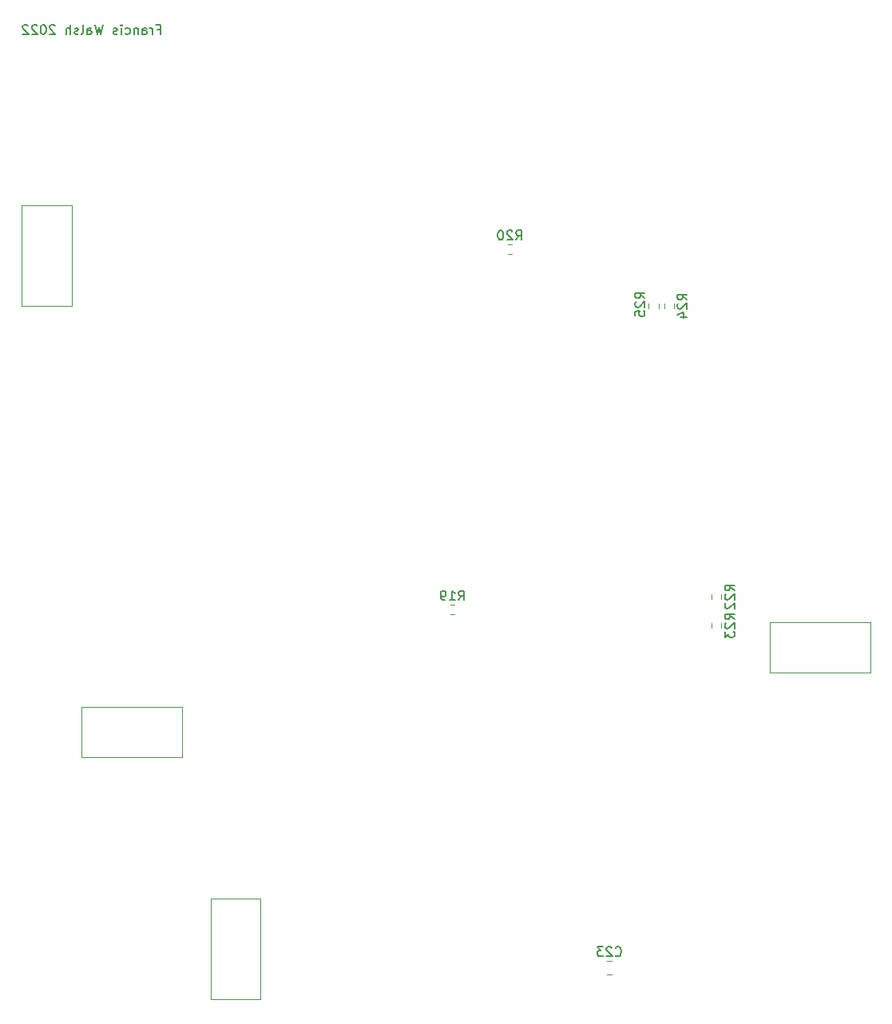
<source format=gbr>
%TF.GenerationSoftware,KiCad,Pcbnew,(6.0.4)*%
%TF.CreationDate,2022-05-04T17:07:44-02:30*%
%TF.ProjectId,interstate,696e7465-7273-4746-9174-652e6b696361,rev?*%
%TF.SameCoordinates,Original*%
%TF.FileFunction,Legend,Bot*%
%TF.FilePolarity,Positive*%
%FSLAX46Y46*%
G04 Gerber Fmt 4.6, Leading zero omitted, Abs format (unit mm)*
G04 Created by KiCad (PCBNEW (6.0.4)) date 2022-05-04 17:07:44*
%MOMM*%
%LPD*%
G01*
G04 APERTURE LIST*
%ADD10C,0.150000*%
%ADD11C,0.120000*%
G04 APERTURE END LIST*
D10*
X78708380Y-51512571D02*
X79041714Y-51512571D01*
X79041714Y-52036380D02*
X79041714Y-51036380D01*
X78565523Y-51036380D01*
X78184571Y-52036380D02*
X78184571Y-51369714D01*
X78184571Y-51560190D02*
X78136952Y-51464952D01*
X78089333Y-51417333D01*
X77994095Y-51369714D01*
X77898857Y-51369714D01*
X77136952Y-52036380D02*
X77136952Y-51512571D01*
X77184571Y-51417333D01*
X77279809Y-51369714D01*
X77470285Y-51369714D01*
X77565523Y-51417333D01*
X77136952Y-51988761D02*
X77232190Y-52036380D01*
X77470285Y-52036380D01*
X77565523Y-51988761D01*
X77613142Y-51893523D01*
X77613142Y-51798285D01*
X77565523Y-51703047D01*
X77470285Y-51655428D01*
X77232190Y-51655428D01*
X77136952Y-51607809D01*
X76660761Y-51369714D02*
X76660761Y-52036380D01*
X76660761Y-51464952D02*
X76613142Y-51417333D01*
X76517904Y-51369714D01*
X76375047Y-51369714D01*
X76279809Y-51417333D01*
X76232190Y-51512571D01*
X76232190Y-52036380D01*
X75327428Y-51988761D02*
X75422666Y-52036380D01*
X75613142Y-52036380D01*
X75708380Y-51988761D01*
X75756000Y-51941142D01*
X75803619Y-51845904D01*
X75803619Y-51560190D01*
X75756000Y-51464952D01*
X75708380Y-51417333D01*
X75613142Y-51369714D01*
X75422666Y-51369714D01*
X75327428Y-51417333D01*
X74898857Y-52036380D02*
X74898857Y-51369714D01*
X74898857Y-51036380D02*
X74946476Y-51084000D01*
X74898857Y-51131619D01*
X74851238Y-51084000D01*
X74898857Y-51036380D01*
X74898857Y-51131619D01*
X74470285Y-51988761D02*
X74375047Y-52036380D01*
X74184571Y-52036380D01*
X74089333Y-51988761D01*
X74041714Y-51893523D01*
X74041714Y-51845904D01*
X74089333Y-51750666D01*
X74184571Y-51703047D01*
X74327428Y-51703047D01*
X74422666Y-51655428D01*
X74470285Y-51560190D01*
X74470285Y-51512571D01*
X74422666Y-51417333D01*
X74327428Y-51369714D01*
X74184571Y-51369714D01*
X74089333Y-51417333D01*
X72946476Y-51036380D02*
X72708380Y-52036380D01*
X72517904Y-51322095D01*
X72327428Y-52036380D01*
X72089333Y-51036380D01*
X71279809Y-52036380D02*
X71279809Y-51512571D01*
X71327428Y-51417333D01*
X71422666Y-51369714D01*
X71613142Y-51369714D01*
X71708380Y-51417333D01*
X71279809Y-51988761D02*
X71375047Y-52036380D01*
X71613142Y-52036380D01*
X71708380Y-51988761D01*
X71756000Y-51893523D01*
X71756000Y-51798285D01*
X71708380Y-51703047D01*
X71613142Y-51655428D01*
X71375047Y-51655428D01*
X71279809Y-51607809D01*
X70660761Y-52036380D02*
X70756000Y-51988761D01*
X70803619Y-51893523D01*
X70803619Y-51036380D01*
X70327428Y-51988761D02*
X70232190Y-52036380D01*
X70041714Y-52036380D01*
X69946476Y-51988761D01*
X69898857Y-51893523D01*
X69898857Y-51845904D01*
X69946476Y-51750666D01*
X70041714Y-51703047D01*
X70184571Y-51703047D01*
X70279809Y-51655428D01*
X70327428Y-51560190D01*
X70327428Y-51512571D01*
X70279809Y-51417333D01*
X70184571Y-51369714D01*
X70041714Y-51369714D01*
X69946476Y-51417333D01*
X69470285Y-52036380D02*
X69470285Y-51036380D01*
X69041714Y-52036380D02*
X69041714Y-51512571D01*
X69089333Y-51417333D01*
X69184571Y-51369714D01*
X69327428Y-51369714D01*
X69422666Y-51417333D01*
X69470285Y-51464952D01*
X67851238Y-51131619D02*
X67803619Y-51084000D01*
X67708380Y-51036380D01*
X67470285Y-51036380D01*
X67375047Y-51084000D01*
X67327428Y-51131619D01*
X67279809Y-51226857D01*
X67279809Y-51322095D01*
X67327428Y-51464952D01*
X67898857Y-52036380D01*
X67279809Y-52036380D01*
X66660761Y-51036380D02*
X66565523Y-51036380D01*
X66470285Y-51084000D01*
X66422666Y-51131619D01*
X66375047Y-51226857D01*
X66327428Y-51417333D01*
X66327428Y-51655428D01*
X66375047Y-51845904D01*
X66422666Y-51941142D01*
X66470285Y-51988761D01*
X66565523Y-52036380D01*
X66660761Y-52036380D01*
X66756000Y-51988761D01*
X66803619Y-51941142D01*
X66851238Y-51845904D01*
X66898857Y-51655428D01*
X66898857Y-51417333D01*
X66851238Y-51226857D01*
X66803619Y-51131619D01*
X66756000Y-51084000D01*
X66660761Y-51036380D01*
X65946476Y-51131619D02*
X65898857Y-51084000D01*
X65803619Y-51036380D01*
X65565523Y-51036380D01*
X65470285Y-51084000D01*
X65422666Y-51131619D01*
X65375047Y-51226857D01*
X65375047Y-51322095D01*
X65422666Y-51464952D01*
X65994095Y-52036380D01*
X65375047Y-52036380D01*
X64994095Y-51131619D02*
X64946476Y-51084000D01*
X64851238Y-51036380D01*
X64613142Y-51036380D01*
X64517904Y-51084000D01*
X64470285Y-51131619D01*
X64422666Y-51226857D01*
X64422666Y-51322095D01*
X64470285Y-51464952D01*
X65041714Y-52036380D01*
X64422666Y-52036380D01*
%TO.C,R25*%
X130374380Y-80024142D02*
X129898190Y-79690809D01*
X130374380Y-79452714D02*
X129374380Y-79452714D01*
X129374380Y-79833666D01*
X129422000Y-79928904D01*
X129469619Y-79976523D01*
X129564857Y-80024142D01*
X129707714Y-80024142D01*
X129802952Y-79976523D01*
X129850571Y-79928904D01*
X129898190Y-79833666D01*
X129898190Y-79452714D01*
X129469619Y-80405095D02*
X129422000Y-80452714D01*
X129374380Y-80547952D01*
X129374380Y-80786047D01*
X129422000Y-80881285D01*
X129469619Y-80928904D01*
X129564857Y-80976523D01*
X129660095Y-80976523D01*
X129802952Y-80928904D01*
X130374380Y-80357476D01*
X130374380Y-80976523D01*
X129374380Y-81881285D02*
X129374380Y-81405095D01*
X129850571Y-81357476D01*
X129802952Y-81405095D01*
X129755333Y-81500333D01*
X129755333Y-81738428D01*
X129802952Y-81833666D01*
X129850571Y-81881285D01*
X129945809Y-81928904D01*
X130183904Y-81928904D01*
X130279142Y-81881285D01*
X130326761Y-81833666D01*
X130374380Y-81738428D01*
X130374380Y-81500333D01*
X130326761Y-81405095D01*
X130279142Y-81357476D01*
%TO.C,C23*%
X127267857Y-149677142D02*
X127315476Y-149724761D01*
X127458333Y-149772380D01*
X127553571Y-149772380D01*
X127696428Y-149724761D01*
X127791666Y-149629523D01*
X127839285Y-149534285D01*
X127886904Y-149343809D01*
X127886904Y-149200952D01*
X127839285Y-149010476D01*
X127791666Y-148915238D01*
X127696428Y-148820000D01*
X127553571Y-148772380D01*
X127458333Y-148772380D01*
X127315476Y-148820000D01*
X127267857Y-148867619D01*
X126886904Y-148867619D02*
X126839285Y-148820000D01*
X126744047Y-148772380D01*
X126505952Y-148772380D01*
X126410714Y-148820000D01*
X126363095Y-148867619D01*
X126315476Y-148962857D01*
X126315476Y-149058095D01*
X126363095Y-149200952D01*
X126934523Y-149772380D01*
X126315476Y-149772380D01*
X125982142Y-148772380D02*
X125363095Y-148772380D01*
X125696428Y-149153333D01*
X125553571Y-149153333D01*
X125458333Y-149200952D01*
X125410714Y-149248571D01*
X125363095Y-149343809D01*
X125363095Y-149581904D01*
X125410714Y-149677142D01*
X125458333Y-149724761D01*
X125553571Y-149772380D01*
X125839285Y-149772380D01*
X125934523Y-149724761D01*
X125982142Y-149677142D01*
%TO.C,R20*%
X116720857Y-73825380D02*
X117054190Y-73349190D01*
X117292285Y-73825380D02*
X117292285Y-72825380D01*
X116911333Y-72825380D01*
X116816095Y-72873000D01*
X116768476Y-72920619D01*
X116720857Y-73015857D01*
X116720857Y-73158714D01*
X116768476Y-73253952D01*
X116816095Y-73301571D01*
X116911333Y-73349190D01*
X117292285Y-73349190D01*
X116339904Y-72920619D02*
X116292285Y-72873000D01*
X116197047Y-72825380D01*
X115958952Y-72825380D01*
X115863714Y-72873000D01*
X115816095Y-72920619D01*
X115768476Y-73015857D01*
X115768476Y-73111095D01*
X115816095Y-73253952D01*
X116387523Y-73825380D01*
X115768476Y-73825380D01*
X115149428Y-72825380D02*
X115054190Y-72825380D01*
X114958952Y-72873000D01*
X114911333Y-72920619D01*
X114863714Y-73015857D01*
X114816095Y-73206333D01*
X114816095Y-73444428D01*
X114863714Y-73634904D01*
X114911333Y-73730142D01*
X114958952Y-73777761D01*
X115054190Y-73825380D01*
X115149428Y-73825380D01*
X115244666Y-73777761D01*
X115292285Y-73730142D01*
X115339904Y-73634904D01*
X115387523Y-73444428D01*
X115387523Y-73206333D01*
X115339904Y-73015857D01*
X115292285Y-72920619D01*
X115244666Y-72873000D01*
X115149428Y-72825380D01*
%TO.C,R19*%
X110642857Y-112022380D02*
X110976190Y-111546190D01*
X111214285Y-112022380D02*
X111214285Y-111022380D01*
X110833333Y-111022380D01*
X110738095Y-111070000D01*
X110690476Y-111117619D01*
X110642857Y-111212857D01*
X110642857Y-111355714D01*
X110690476Y-111450952D01*
X110738095Y-111498571D01*
X110833333Y-111546190D01*
X111214285Y-111546190D01*
X109690476Y-112022380D02*
X110261904Y-112022380D01*
X109976190Y-112022380D02*
X109976190Y-111022380D01*
X110071428Y-111165238D01*
X110166666Y-111260476D01*
X110261904Y-111308095D01*
X109214285Y-112022380D02*
X109023809Y-112022380D01*
X108928571Y-111974761D01*
X108880952Y-111927142D01*
X108785714Y-111784285D01*
X108738095Y-111593809D01*
X108738095Y-111212857D01*
X108785714Y-111117619D01*
X108833333Y-111070000D01*
X108928571Y-111022380D01*
X109119047Y-111022380D01*
X109214285Y-111070000D01*
X109261904Y-111117619D01*
X109309523Y-111212857D01*
X109309523Y-111450952D01*
X109261904Y-111546190D01*
X109214285Y-111593809D01*
X109119047Y-111641428D01*
X108928571Y-111641428D01*
X108833333Y-111593809D01*
X108785714Y-111546190D01*
X108738095Y-111450952D01*
%TO.C,R24*%
X134851380Y-80192142D02*
X134375190Y-79858809D01*
X134851380Y-79620714D02*
X133851380Y-79620714D01*
X133851380Y-80001666D01*
X133899000Y-80096904D01*
X133946619Y-80144523D01*
X134041857Y-80192142D01*
X134184714Y-80192142D01*
X134279952Y-80144523D01*
X134327571Y-80096904D01*
X134375190Y-80001666D01*
X134375190Y-79620714D01*
X133946619Y-80573095D02*
X133899000Y-80620714D01*
X133851380Y-80715952D01*
X133851380Y-80954047D01*
X133899000Y-81049285D01*
X133946619Y-81096904D01*
X134041857Y-81144523D01*
X134137095Y-81144523D01*
X134279952Y-81096904D01*
X134851380Y-80525476D01*
X134851380Y-81144523D01*
X134184714Y-82001666D02*
X134851380Y-82001666D01*
X133803761Y-81763571D02*
X134518047Y-81525476D01*
X134518047Y-82144523D01*
%TO.C,R23*%
X139882380Y-114060142D02*
X139406190Y-113726809D01*
X139882380Y-113488714D02*
X138882380Y-113488714D01*
X138882380Y-113869666D01*
X138930000Y-113964904D01*
X138977619Y-114012523D01*
X139072857Y-114060142D01*
X139215714Y-114060142D01*
X139310952Y-114012523D01*
X139358571Y-113964904D01*
X139406190Y-113869666D01*
X139406190Y-113488714D01*
X138977619Y-114441095D02*
X138930000Y-114488714D01*
X138882380Y-114583952D01*
X138882380Y-114822047D01*
X138930000Y-114917285D01*
X138977619Y-114964904D01*
X139072857Y-115012523D01*
X139168095Y-115012523D01*
X139310952Y-114964904D01*
X139882380Y-114393476D01*
X139882380Y-115012523D01*
X138882380Y-115345857D02*
X138882380Y-115964904D01*
X139263333Y-115631571D01*
X139263333Y-115774428D01*
X139310952Y-115869666D01*
X139358571Y-115917285D01*
X139453809Y-115964904D01*
X139691904Y-115964904D01*
X139787142Y-115917285D01*
X139834761Y-115869666D01*
X139882380Y-115774428D01*
X139882380Y-115488714D01*
X139834761Y-115393476D01*
X139787142Y-115345857D01*
%TO.C,R22*%
X139882380Y-111012142D02*
X139406190Y-110678809D01*
X139882380Y-110440714D02*
X138882380Y-110440714D01*
X138882380Y-110821666D01*
X138930000Y-110916904D01*
X138977619Y-110964523D01*
X139072857Y-111012142D01*
X139215714Y-111012142D01*
X139310952Y-110964523D01*
X139358571Y-110916904D01*
X139406190Y-110821666D01*
X139406190Y-110440714D01*
X138977619Y-111393095D02*
X138930000Y-111440714D01*
X138882380Y-111535952D01*
X138882380Y-111774047D01*
X138930000Y-111869285D01*
X138977619Y-111916904D01*
X139072857Y-111964523D01*
X139168095Y-111964523D01*
X139310952Y-111916904D01*
X139882380Y-111345476D01*
X139882380Y-111964523D01*
X138977619Y-112345476D02*
X138930000Y-112393095D01*
X138882380Y-112488333D01*
X138882380Y-112726428D01*
X138930000Y-112821666D01*
X138977619Y-112869285D01*
X139072857Y-112916904D01*
X139168095Y-112916904D01*
X139310952Y-112869285D01*
X139882380Y-112297857D01*
X139882380Y-112916904D01*
D11*
%TO.C,J14*%
X89660000Y-143685000D02*
X84340000Y-143685000D01*
X89660000Y-154305000D02*
X89660000Y-143685000D01*
X84340000Y-154305000D02*
X89660000Y-154305000D01*
X84340000Y-143685000D02*
X84340000Y-154305000D01*
%TO.C,J11*%
X81315000Y-123340000D02*
X70695000Y-123340000D01*
X70695000Y-123340000D02*
X70695000Y-128660000D01*
X81315000Y-128660000D02*
X81315000Y-123340000D01*
X70695000Y-128660000D02*
X81315000Y-128660000D01*
%TO.C,J7*%
X69660000Y-70190000D02*
X64340000Y-70190000D01*
X64340000Y-70190000D02*
X64340000Y-80810000D01*
X64340000Y-80810000D02*
X69660000Y-80810000D01*
X69660000Y-80810000D02*
X69660000Y-70190000D01*
%TO.C,J17*%
X143685000Y-119660000D02*
X154305000Y-119660000D01*
X154305000Y-114340000D02*
X143685000Y-114340000D01*
X154305000Y-119660000D02*
X154305000Y-114340000D01*
X143685000Y-114340000D02*
X143685000Y-119660000D01*
%TO.C,R25*%
X131840500Y-80597742D02*
X131840500Y-81072258D01*
X130795500Y-80597742D02*
X130795500Y-81072258D01*
%TO.C,C23*%
X126886252Y-151735000D02*
X126363748Y-151735000D01*
X126886252Y-150265000D02*
X126363748Y-150265000D01*
%TO.C,R20*%
X116315258Y-74280500D02*
X115840742Y-74280500D01*
X116315258Y-75325500D02*
X115840742Y-75325500D01*
%TO.C,R19*%
X110237258Y-113522500D02*
X109762742Y-113522500D01*
X110237258Y-112477500D02*
X109762742Y-112477500D01*
%TO.C,R24*%
X132446500Y-81072258D02*
X132446500Y-80597742D01*
X133491500Y-81072258D02*
X133491500Y-80597742D01*
%TO.C,R23*%
X137477500Y-114940258D02*
X137477500Y-114465742D01*
X138522500Y-114940258D02*
X138522500Y-114465742D01*
%TO.C,R22*%
X137477500Y-111892258D02*
X137477500Y-111417742D01*
X138522500Y-111892258D02*
X138522500Y-111417742D01*
%TD*%
M02*

</source>
